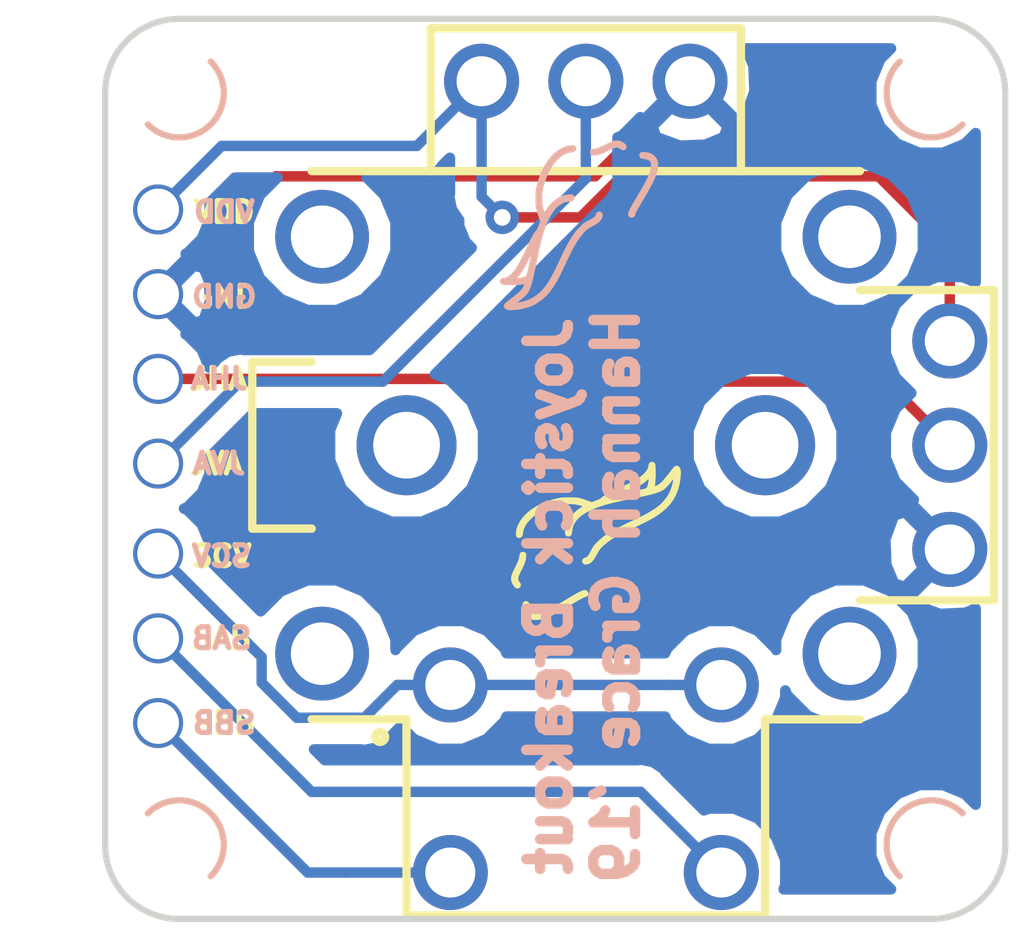
<source format=kicad_pcb>
(kicad_pcb (version 20171130) (host pcbnew "(5.0.1)-3")

  (general
    (thickness 1.6)
    (drawings 38)
    (tracks 44)
    (zones 0)
    (modules 14)
    (nets 8)
  )

  (page User 150.012 110.007)
  (layers
    (0 F.Cu signal)
    (31 B.Cu signal)
    (32 B.Adhes user)
    (33 F.Adhes user)
    (34 B.Paste user)
    (35 F.Paste user)
    (36 B.SilkS user)
    (37 F.SilkS user)
    (38 B.Mask user)
    (39 F.Mask user)
    (40 Dwgs.User user)
    (41 Cmts.User user)
    (42 Eco1.User user)
    (43 Eco2.User user)
    (44 Edge.Cuts user)
    (45 Margin user)
    (46 B.CrtYd user)
    (47 F.CrtYd user)
    (48 B.Fab user)
    (49 F.Fab user)
  )

  (setup
    (last_trace_width 0.25)
    (trace_clearance 0.2)
    (zone_clearance 0.508)
    (zone_45_only no)
    (trace_min 0.2)
    (segment_width 0.2)
    (edge_width 0.15)
    (via_size 0.8)
    (via_drill 0.4)
    (via_min_size 0.4)
    (via_min_drill 0.3)
    (uvia_size 0.3)
    (uvia_drill 0.1)
    (uvias_allowed no)
    (uvia_min_size 0.2)
    (uvia_min_drill 0.1)
    (pcb_text_width 0.3)
    (pcb_text_size 1.5 1.5)
    (mod_edge_width 0.15)
    (mod_text_size 1 1)
    (mod_text_width 0.15)
    (pad_size 1.524 1.524)
    (pad_drill 0.762)
    (pad_to_mask_clearance 0.051)
    (solder_mask_min_width 0.25)
    (aux_axis_origin 0 0)
    (visible_elements 7FFFFFFF)
    (pcbplotparams
      (layerselection 0x010fc_ffffffff)
      (usegerberextensions false)
      (usegerberattributes false)
      (usegerberadvancedattributes false)
      (creategerberjobfile false)
      (excludeedgelayer true)
      (linewidth 0.100000)
      (plotframeref false)
      (viasonmask false)
      (mode 1)
      (useauxorigin false)
      (hpglpennumber 1)
      (hpglpenspeed 20)
      (hpglpendiameter 15.000000)
      (psnegative false)
      (psa4output false)
      (plotreference true)
      (plotvalue true)
      (plotinvisibletext false)
      (padsonsilk false)
      (subtractmaskfromsilk false)
      (outputformat 1)
      (mirror false)
      (drillshape 1)
      (scaleselection 1)
      (outputdirectory "./"))
  )

  (net 0 "")
  (net 1 /A)
  (net 2 /B)
  (net 3 /D)
  (net 4 /1_1)
  (net 5 /2_1)
  (net 6 /3_1)
  (net 7 /2_2)

  (net_class Default "This is the default net class."
    (clearance 0.2)
    (trace_width 0.25)
    (via_dia 0.8)
    (via_drill 0.4)
    (uvia_dia 0.3)
    (uvia_drill 0.1)
    (add_net /1_1)
    (add_net /2_1)
    (add_net /2_2)
    (add_net /3_1)
    (add_net /A)
    (add_net /B)
    (add_net /D)
  )

  (module WoodElf_Lib:Tiefling_Logo (layer F.Cu) (tedit 5CCD0D4F) (tstamp 5CFFD1F8)
    (at 67.8815 42.4815)
    (fp_text reference G*** (at 1.7526 -0.0762) (layer F.Fab) hide
      (effects (font (size 0.5 0.5) (thickness 0.125)))
    )
    (fp_text value Tiefling_Logo (at 2.286 0.6604) (layer F.Fab) hide
      (effects (font (size 0.5 0.5) (thickness 0.125)))
    )
    (fp_poly (pts (xy -0.207082 0.947533) (xy -0.181692 0.967806) (xy -0.165074 0.996235) (xy -0.160866 1.020234)
      (xy -0.167152 1.04778) (xy -0.183216 1.073706) (xy -0.20487 1.093003) (xy -0.227924 1.100666)
      (xy -0.22816 1.100667) (xy -0.2434 1.103593) (xy -0.267058 1.112707) (xy -0.300082 1.128514)
      (xy -0.343416 1.151516) (xy -0.398007 1.182218) (xy -0.464801 1.221124) (xy -0.544744 1.268736)
      (xy -0.5526 1.273456) (xy -0.667117 1.34169) (xy -0.769066 1.401044) (xy -0.85985 1.452204)
      (xy -0.940872 1.495856) (xy -1.013536 1.532687) (xy -1.079246 1.563383) (xy -1.139404 1.588631)
      (xy -1.195414 1.609115) (xy -1.248681 1.625524) (xy -1.298042 1.637967) (xy -1.346666 1.645913)
      (xy -1.399895 1.649662) (xy -1.451966 1.649185) (xy -1.49712 1.644449) (xy -1.519766 1.639157)
      (xy -1.582184 1.611052) (xy -1.634383 1.569896) (xy -1.675827 1.51653) (xy -1.705981 1.451795)
      (xy -1.724309 1.376532) (xy -1.730101 1.309087) (xy -1.729922 1.277299) (xy -1.726544 1.256678)
      (xy -1.71858 1.241556) (xy -1.71158 1.233355) (xy -1.682561 1.211685) (xy -1.650721 1.206552)
      (xy -1.622119 1.214107) (xy -1.601994 1.224602) (xy -1.588526 1.238488) (xy -1.57984 1.259549)
      (xy -1.574058 1.291571) (xy -1.571305 1.316567) (xy -1.561411 1.37416) (xy -1.544495 1.421547)
      (xy -1.521564 1.456588) (xy -1.496366 1.475917) (xy -1.453615 1.487905) (xy -1.399252 1.489454)
      (xy -1.3348 1.480813) (xy -1.261779 1.462235) (xy -1.181711 1.43397) (xy -1.142333 1.417522)
      (xy -1.099743 1.397609) (xy -1.045817 1.370396) (xy -0.983592 1.337545) (xy -0.916101 1.300714)
      (xy -0.84638 1.261564) (xy -0.777462 1.221755) (xy -0.712383 1.182946) (xy -0.702733 1.177065)
      (xy -0.606994 1.119087) (xy -0.524212 1.070215) (xy -0.453403 1.029948) (xy -0.393582 0.997785)
      (xy -0.343763 0.973223) (xy -0.302962 0.95576) (xy -0.270192 0.944894) (xy -0.24447 0.940123)
      (xy -0.237088 0.9398) (xy -0.207082 0.947533)) (layer F.SilkS) (width 0.01))
    (fp_poly (pts (xy -1.69721 0.02951) (xy -1.674046 0.044047) (xy -1.670636 0.047328) (xy -1.659846 0.059192)
      (xy -1.653681 0.071046) (xy -1.65127 0.087468) (xy -1.651739 0.113036) (xy -1.653282 0.138345)
      (xy -1.659131 0.186639) (xy -1.670932 0.23787) (xy -1.689519 0.294388) (xy -1.715731 0.358544)
      (xy -1.750403 0.432688) (xy -1.776553 0.484779) (xy -1.800834 0.532658) (xy -1.818228 0.568659)
      (xy -1.829862 0.59582) (xy -1.836862 0.617181) (xy -1.840353 0.635782) (xy -1.841463 0.654661)
      (xy -1.8415 0.660095) (xy -1.840224 0.689783) (xy -1.834546 0.71166) (xy -1.821692 0.733532)
      (xy -1.80975 0.749427) (xy -1.787836 0.782404) (xy -1.779158 0.810296) (xy -1.782893 0.837459)
      (xy -1.790065 0.853906) (xy -1.812387 0.880719) (xy -1.842488 0.894147) (xy -1.876464 0.893065)
      (xy -1.897328 0.88485) (xy -1.918181 0.86766) (xy -1.941672 0.83934) (xy -1.964591 0.804652)
      (xy -1.98373 0.768358) (xy -1.994279 0.74098) (xy -2.003689 0.700914) (xy -2.006653 0.661612)
      (xy -2.002578 0.62045) (xy -1.990875 0.574804) (xy -1.970952 0.52205) (xy -1.942218 0.459564)
      (xy -1.92166 0.418567) (xy -1.884735 0.344552) (xy -1.856073 0.282319) (xy -1.834742 0.229428)
      (xy -1.819812 0.183441) (xy -1.810352 0.141917) (xy -1.80688 0.117829) (xy -1.798303 0.074786)
      (xy -1.783092 0.046168) (xy -1.759782 0.030273) (xy -1.7272 0.0254) (xy -1.69721 0.02951)) (layer F.SilkS) (width 0.01))
    (fp_poly (pts (xy 1.394213 -2.128927) (xy 1.421936 -2.109967) (xy 1.43145 -2.099721) (xy 1.438201 -2.089091)
      (xy 1.442878 -2.074866) (xy 1.446168 -2.053829) (xy 1.448761 -2.02277) (xy 1.451344 -1.978473)
      (xy 1.451758 -1.97078) (xy 1.453865 -1.907644) (xy 1.454037 -1.838182) (xy 1.452433 -1.767134)
      (xy 1.449212 -1.69924) (xy 1.444532 -1.639241) (xy 1.439213 -1.595966) (xy 1.435869 -1.571346)
      (xy 1.434598 -1.554818) (xy 1.435036 -1.551023) (xy 1.443447 -1.552713) (xy 1.463206 -1.55963)
      (xy 1.490115 -1.570299) (xy 1.491333 -1.570805) (xy 1.537553 -1.595265) (xy 1.579914 -1.626848)
      (xy 1.586222 -1.632682) (xy 1.61509 -1.662542) (xy 1.65174 -1.703751) (xy 1.694137 -1.75386)
      (xy 1.740245 -1.81042) (xy 1.788029 -1.870982) (xy 1.831415 -1.927722) (xy 1.864275 -1.970479)
      (xy 1.88986 -2.001099) (xy 1.910352 -2.021493) (xy 1.92793 -2.033573) (xy 1.944775 -2.039249)
      (xy 1.960033 -2.040466) (xy 1.995414 -2.032902) (xy 2.023256 -2.010695) (xy 2.043124 -1.974574)
      (xy 2.054582 -1.92527) (xy 2.0574 -1.877598) (xy 2.049645 -1.741425) (xy 2.026993 -1.604448)
      (xy 1.990366 -1.470848) (xy 1.940685 -1.344803) (xy 1.939368 -1.341967) (xy 1.878507 -1.230723)
      (xy 1.802318 -1.125488) (xy 1.710627 -1.026083) (xy 1.603263 -0.932332) (xy 1.48005 -0.844058)
      (xy 1.408007 -0.79928) (xy 1.356229 -0.770003) (xy 1.289855 -0.734816) (xy 1.209947 -0.694252)
      (xy 1.117571 -0.648841) (xy 1.01379 -0.599114) (xy 0.901414 -0.546414) (xy 0.79381 -0.495829)
      (xy 0.699923 -0.450273) (xy 0.617704 -0.408605) (xy 0.545101 -0.369683) (xy 0.480063 -0.332363)
      (xy 0.420541 -0.295505) (xy 0.364482 -0.257965) (xy 0.309837 -0.218602) (xy 0.300951 -0.211955)
      (xy 0.239004 -0.163711) (xy 0.188941 -0.120282) (xy 0.147804 -0.078328) (xy 0.112639 -0.034508)
      (xy 0.080489 0.014519) (xy 0.048398 0.072096) (xy 0.046567 0.075595) (xy 0.005608 0.149145)
      (xy -0.033069 0.20756) (xy -0.070909 0.252221) (xy -0.109354 0.284511) (xy -0.149849 0.305812)
      (xy -0.193837 0.317506) (xy -0.20803 0.319358) (xy -0.235368 0.321247) (xy -0.252969 0.318389)
      (xy -0.267819 0.308692) (xy -0.278916 0.298119) (xy -0.298761 0.268653) (xy -0.303288 0.237852)
      (xy -0.293606 0.20849) (xy -0.270823 0.183345) (xy -0.23605 0.16519) (xy -0.224442 0.161769)
      (xy -0.204619 0.154978) (xy -0.186685 0.143996) (xy -0.169091 0.126828) (xy -0.150293 0.101483)
      (xy -0.128744 0.065967) (xy -0.102898 0.018287) (xy -0.082626 -0.021026) (xy -0.06092 -0.062706)
      (xy -0.042331 -0.095076) (xy -0.023683 -0.122416) (xy -0.001795 -0.149002) (xy 0.026509 -0.179114)
      (xy 0.05909 -0.211767) (xy 0.111729 -0.26185) (xy 0.165852 -0.308947) (xy 0.223037 -0.354025)
      (xy 0.28486 -0.398052) (xy 0.352896 -0.441993) (xy 0.428724 -0.486815) (xy 0.513918 -0.533485)
      (xy 0.610056 -0.582969) (xy 0.718713 -0.636235) (xy 0.841465 -0.694249) (xy 0.85972 -0.702737)
      (xy 0.987303 -0.762781) (xy 1.100305 -0.817851) (xy 1.200047 -0.868788) (xy 1.28785 -0.916433)
      (xy 1.365038 -0.961627) (xy 1.432931 -1.00521) (xy 1.492852 -1.048024) (xy 1.546122 -1.090908)
      (xy 1.594063 -1.134704) (xy 1.637998 -1.180252) (xy 1.671714 -1.2192) (xy 1.724793 -1.288199)
      (xy 1.767251 -1.355252) (xy 1.803084 -1.426964) (xy 1.816423 -1.458349) (xy 1.828369 -1.490885)
      (xy 1.841535 -1.531947) (xy 1.854843 -1.577507) (xy 1.867216 -1.623538) (xy 1.877577 -1.666015)
      (xy 1.884847 -1.700909) (xy 1.88795 -1.724194) (xy 1.88799 -1.725815) (xy 1.882995 -1.723621)
      (xy 1.869157 -1.710189) (xy 1.848277 -1.687452) (xy 1.822158 -1.657339) (xy 1.805036 -1.636915)
      (xy 1.772288 -1.598289) (xy 1.739397 -1.56106) (xy 1.709583 -1.52877) (xy 1.686064 -1.504962)
      (xy 1.680152 -1.4995) (xy 1.655289 -1.479306) (xy 1.626983 -1.460329) (xy 1.594055 -1.442209)
      (xy 1.555322 -1.424591) (xy 1.509605 -1.407116) (xy 1.455722 -1.389427) (xy 1.392491 -1.371166)
      (xy 1.318733 -1.351977) (xy 1.233265 -1.331503) (xy 1.134908 -1.309384) (xy 1.02248 -1.285266)
      (xy 0.894799 -1.258789) (xy 0.8636 -1.252419) (xy 0.717526 -1.222098) (xy 0.586646 -1.193641)
      (xy 0.469379 -1.166599) (xy 0.364144 -1.140527) (xy 0.269361 -1.114976) (xy 0.18345 -1.089499)
      (xy 0.104828 -1.06365) (xy 0.031915 -1.03698) (xy -0.036869 -1.009043) (xy -0.103105 -0.979391)
      (xy -0.105833 -0.978111) (xy -0.213484 -0.922544) (xy -0.305112 -0.864274) (xy -0.381517 -0.802558)
      (xy -0.443497 -0.73665) (xy -0.491848 -0.665807) (xy -0.527369 -0.589284) (xy -0.52973 -0.582754)
      (xy -0.536571 -0.557011) (xy -0.543265 -0.521016) (xy -0.548629 -0.481416) (xy -0.549756 -0.470326)
      (xy -0.553603 -0.433464) (xy -0.557852 -0.409091) (xy -0.563993 -0.392796) (xy -0.573514 -0.380169)
      (xy -0.583331 -0.370843) (xy -0.614875 -0.351443) (xy -0.646779 -0.348812) (xy -0.678187 -0.362999)
      (xy -0.681057 -0.365178) (xy -0.699482 -0.382845) (xy -0.710431 -0.403095) (xy -0.714804 -0.429817)
      (xy -0.713501 -0.466897) (xy -0.710689 -0.493128) (xy -0.694559 -0.58576) (xy -0.670021 -0.665914)
      (xy -0.658319 -0.69371) (xy -0.616096 -0.76952) (xy -0.559777 -0.844692) (xy -0.492043 -0.916291)
      (xy -0.415575 -0.981378) (xy -0.360239 -1.020238) (xy -0.284444 -1.069108) (xy -0.325669 -1.085301)
      (xy -0.389822 -1.104826) (xy -0.466242 -1.118628) (xy -0.551163 -1.126439) (xy -0.640823 -1.127992)
      (xy -0.731456 -1.123019) (xy -0.779362 -1.117541) (xy -0.907666 -1.093702) (xy -1.035021 -1.058024)
      (xy -1.158824 -1.011723) (xy -1.276471 -0.956018) (xy -1.38536 -0.892124) (xy -1.482888 -0.821261)
      (xy -1.557866 -0.753475) (xy -1.622397 -0.680663) (xy -1.671233 -0.608241) (xy -1.705435 -0.534162)
      (xy -1.726068 -0.456382) (xy -1.731197 -0.419732) (xy -1.735941 -0.38548) (xy -1.742799 -0.362515)
      (xy -1.753827 -0.345193) (xy -1.761248 -0.337182) (xy -1.791495 -0.317383) (xy -1.824655 -0.313447)
      (xy -1.857442 -0.325479) (xy -1.868544 -0.333759) (xy -1.881008 -0.345805) (xy -1.88796 -0.358262)
      (xy -1.890796 -0.376201) (xy -1.890909 -0.40469) (xy -1.890671 -0.4142) (xy -1.884136 -0.484557)
      (xy -1.867574 -0.55313) (xy -1.839604 -0.62498) (xy -1.824543 -0.656512) (xy -1.769203 -0.749113)
      (xy -1.69853 -0.837192) (xy -1.613697 -0.920006) (xy -1.515877 -0.996812) (xy -1.406243 -1.066869)
      (xy -1.285968 -1.129434) (xy -1.156226 -1.183763) (xy -1.018188 -1.229114) (xy -0.87303 -1.264745)
      (xy -0.859366 -1.267507) (xy -0.826111 -1.273211) (xy -0.790187 -1.27734) (xy -0.748347 -1.280083)
      (xy -0.697341 -1.281625) (xy -0.633924 -1.282154) (xy -0.605366 -1.282127) (xy -0.543075 -1.281713)
      (xy -0.491838 -1.280429) (xy -0.448113 -1.277627) (xy -0.408359 -1.272654) (xy -0.369033 -1.26486)
      (xy -0.326594 -1.253593) (xy -0.2775 -1.238202) (xy -0.218209 -1.218036) (xy -0.175501 -1.203105)
      (xy -0.075835 -1.168104) (xy 0.031631 -1.207059) (xy 0.074519 -1.223485) (xy 0.110553 -1.238983)
      (xy 0.136714 -1.252155) (xy 0.149986 -1.261601) (xy 0.150342 -1.26207) (xy 0.168062 -1.281926)
      (xy 0.195458 -1.304147) (xy 0.233507 -1.329285) (xy 0.28319 -1.357895) (xy 0.342006 -1.388708)
      (xy 0.729795 -1.388708) (xy 0.729884 -1.388567) (xy 0.739584 -1.390214) (xy 0.763372 -1.39484)
      (xy 0.798762 -1.401945) (xy 0.84327 -1.411028) (xy 0.894412 -1.421589) (xy 0.916151 -1.426111)
      (xy 0.995225 -1.442612) (xy 1.059414 -1.45613) (xy 1.110413 -1.467134) (xy 1.149915 -1.476094)
      (xy 1.179612 -1.483482) (xy 1.201198 -1.489767) (xy 1.216367 -1.49542) (xy 1.22681 -1.500912)
      (xy 1.234223 -1.506713) (xy 1.240297 -1.513292) (xy 1.243361 -1.517021) (xy 1.261758 -1.549612)
      (xy 1.276587 -1.596999) (xy 1.287326 -1.657318) (xy 1.290342 -1.684458) (xy 1.295498 -1.739083)
      (xy 1.267932 -1.713317) (xy 1.225142 -1.675938) (xy 1.176987 -1.639191) (xy 1.121439 -1.601796)
      (xy 1.056472 -1.562474) (xy 0.980057 -1.519946) (xy 0.890167 -1.472932) (xy 0.873615 -1.464511)
      (xy 0.828359 -1.441419) (xy 0.789192 -1.421153) (xy 0.758271 -1.404852) (xy 0.737753 -1.393658)
      (xy 0.729795 -1.388708) (xy 0.342006 -1.388708) (xy 0.345484 -1.39053) (xy 0.42137 -1.427743)
      (xy 0.511826 -1.470086) (xy 0.5461 -1.485763) (xy 0.628726 -1.523999) (xy 0.710299 -1.562944)
      (xy 0.788513 -1.601421) (xy 0.861068 -1.638257) (xy 0.925659 -1.672275) (xy 0.979983 -1.7023)
      (xy 1.021738 -1.727158) (xy 1.03136 -1.73336) (xy 1.102996 -1.784885) (xy 1.164521 -1.837698)
      (xy 1.214791 -1.890432) (xy 1.252662 -1.941718) (xy 1.276991 -1.99019) (xy 1.286634 -2.034479)
      (xy 1.286748 -2.03877) (xy 1.293266 -2.077063) (xy 1.310266 -2.106801) (xy 1.334753 -2.126409)
      (xy 1.363733 -2.13431) (xy 1.394213 -2.128927)) (layer F.SilkS) (width 0.01))
  )

  (module WoodElf_Lib:Mount (layer F.Cu) (tedit 5CD595C9) (tstamp 5CFAF9B3)
    (at 75.946 31.496 315)
    (fp_text reference Mount (at 0 -1.397 315) (layer F.Fab)
      (effects (font (size 0.5 0.5) (thickness 0.125)))
    )
    (fp_text value Mount (at 0 -1.397 315) (layer F.Fab)
      (effects (font (size 0.5 0.5) (thickness 0.125)))
    )
    (fp_circle (center 0 0) (end 0.799999 0) (layer Dwgs.User) (width 0.05))
    (fp_circle (center 0 0) (end 1.57 0) (layer Dwgs.User) (width 0.055))
    (fp_arc (start 0 0) (end -1.066801 0) (angle -180) (layer F.SilkS) (width 0.15))
    (fp_arc (start 0 0) (end -1.066801 0) (angle -180) (layer B.SilkS) (width 0.15))
    (pad "" np_thru_hole circle (at 0 0 315) (size 1.6 1.6) (drill 1.6) (layers *.Cu *.Mask))
  )

  (module WoodElf_Lib:Mount (layer F.Cu) (tedit 5CD595C9) (tstamp 5CFAC361)
    (at 57.912 31.496 45)
    (fp_text reference Mount (at 0 -1.397 45) (layer F.Fab)
      (effects (font (size 0.5 0.5) (thickness 0.125)))
    )
    (fp_text value Mount (at 0 -1.397 45) (layer F.Fab)
      (effects (font (size 0.5 0.5) (thickness 0.125)))
    )
    (fp_circle (center 0 0) (end 0.799999 0) (layer Dwgs.User) (width 0.05))
    (fp_circle (center 0 0) (end 1.57 0) (layer Dwgs.User) (width 0.055))
    (fp_arc (start 0 0) (end -1.066801 0) (angle -180) (layer F.SilkS) (width 0.15))
    (fp_arc (start 0 0) (end -1.066801 0) (angle -180) (layer B.SilkS) (width 0.15))
    (pad "" np_thru_hole circle (at 0 0 45) (size 1.6 1.6) (drill 1.6) (layers *.Cu *.Mask))
  )

  (module WoodElf_Lib:Mount (layer F.Cu) (tedit 5CD595C9) (tstamp 5CFAC385)
    (at 57.912 49.53 135)
    (fp_text reference Mount (at 0 -1.397 135) (layer F.Fab)
      (effects (font (size 0.5 0.5) (thickness 0.125)))
    )
    (fp_text value Mount (at 0 -1.397 135) (layer F.Fab)
      (effects (font (size 0.5 0.5) (thickness 0.125)))
    )
    (fp_circle (center 0 0) (end 0.799999 0) (layer Dwgs.User) (width 0.05))
    (fp_circle (center 0 0) (end 1.57 0) (layer Dwgs.User) (width 0.055))
    (fp_arc (start 0 0) (end -1.066801 0) (angle -180) (layer F.SilkS) (width 0.15))
    (fp_arc (start 0 0) (end -1.066801 0) (angle -180) (layer B.SilkS) (width 0.15))
    (pad "" np_thru_hole circle (at 0 0 135) (size 1.6 1.6) (drill 1.6) (layers *.Cu *.Mask))
  )

  (module WoodElf_Lib:Mount (layer F.Cu) (tedit 5CD595C9) (tstamp 5CFAC3A1)
    (at 75.946 49.53 225)
    (fp_text reference Mount (at 0 -1.397 225) (layer F.Fab)
      (effects (font (size 0.5 0.5) (thickness 0.125)))
    )
    (fp_text value Mount (at 0 -1.397 225) (layer F.Fab)
      (effects (font (size 0.5 0.5) (thickness 0.125)))
    )
    (fp_circle (center 0 0) (end 0.799999 0) (layer Dwgs.User) (width 0.05))
    (fp_circle (center 0 0) (end 1.57 0) (layer Dwgs.User) (width 0.055))
    (fp_arc (start 0 0) (end -1.066801 0) (angle -180) (layer F.SilkS) (width 0.15))
    (fp_arc (start 0 0) (end -1.066801 0) (angle -180) (layer B.SilkS) (width 0.15))
    (pad "" np_thru_hole circle (at 0 0 225) (size 1.6 1.6) (drill 1.6) (layers *.Cu *.Mask))
  )

  (module SamacSys_Parts:RKJXV1224005 (layer F.Cu) (tedit 5CD66E82) (tstamp 5CFAC4FF)
    (at 67.663001 39.945001)
    (descr RKJXV1224005)
    (tags Switch)
    (path /5CD583E6)
    (fp_text reference S1 (at -0.406 -0.119) (layer F.Fab)
      (effects (font (size 1.27 1.27) (thickness 0.254)))
    )
    (fp_text value RKJXV1224005 (at -0.035501 2.345999) (layer F.SilkS) hide
      (effects (font (size 1.27 1.27) (thickness 0.254)))
    )
    (fp_text user %R (at -0.406 -0.119) (layer F.Fab)
      (effects (font (size 1.27 1.27) (thickness 0.254)))
    )
    (fp_line (start -6.575 -6.575) (end 6.575 -6.575) (layer F.Fab) (width 0.2))
    (fp_line (start 6.575 -6.575) (end 6.575 6.575) (layer F.Fab) (width 0.2))
    (fp_line (start 6.575 6.575) (end -6.575 6.575) (layer F.Fab) (width 0.2))
    (fp_line (start -6.575 6.575) (end -6.575 -6.575) (layer F.Fab) (width 0.2))
    (fp_line (start 6.575 -3.721) (end 9.79 -3.721) (layer F.Fab) (width 0.2))
    (fp_line (start 9.79 -3.721) (end 9.79 3.721) (layer F.Fab) (width 0.2))
    (fp_line (start 9.79 3.721) (end 6.575 3.721) (layer F.Fab) (width 0.2))
    (fp_line (start 3.721 -6.575) (end 3.721 -10) (layer F.Fab) (width 0.2))
    (fp_line (start 3.721 -10) (end -3.721 -10) (layer F.Fab) (width 0.2))
    (fp_line (start -3.721 -10) (end -3.721 -6.575) (layer F.Fab) (width 0.2))
    (fp_line (start -6.575 -2) (end -8 -2) (layer F.Fab) (width 0.2))
    (fp_line (start -8 -2) (end -8 2) (layer F.Fab) (width 0.2))
    (fp_line (start -8 2) (end -6.575 2) (layer F.Fab) (width 0.2))
    (fp_line (start -4.3 6.575) (end -4.3 11.28) (layer F.Fab) (width 0.2))
    (fp_line (start -4.3 11.28) (end 4.3 11.28) (layer F.Fab) (width 0.2))
    (fp_line (start 4.3 11.28) (end 4.3 6.575) (layer F.Fab) (width 0.2))
    (fp_line (start -4.3 6.575) (end -4.3 11.28) (layer F.SilkS) (width 0.2))
    (fp_line (start -4.3 11.28) (end 4.3 11.28) (layer F.SilkS) (width 0.2))
    (fp_line (start 4.3 11.28) (end 4.3 6.575) (layer F.SilkS) (width 0.2))
    (fp_line (start 4.3 6.575) (end 6.575 6.575) (layer F.SilkS) (width 0.2))
    (fp_line (start -6.575 -6.575) (end 6.575 -6.575) (layer F.SilkS) (width 0.2))
    (fp_line (start 3.721 -6.575) (end 3.721 -10) (layer F.SilkS) (width 0.2))
    (fp_line (start 3.721 -10) (end -3.721 -10) (layer F.SilkS) (width 0.2))
    (fp_line (start -3.721 -10) (end -3.721 -6.575) (layer F.SilkS) (width 0.2))
    (fp_line (start -6.575 -2) (end -8 -2) (layer F.SilkS) (width 0.2))
    (fp_line (start -8 -2) (end -8 2) (layer F.SilkS) (width 0.2))
    (fp_line (start -8 2) (end -6.575 2) (layer F.SilkS) (width 0.2))
    (fp_line (start 6.575 -3.721) (end 9.79 -3.721) (layer F.SilkS) (width 0.2))
    (fp_line (start 9.79 -3.721) (end 9.79 3.721) (layer F.SilkS) (width 0.2))
    (fp_line (start 9.79 3.721) (end 6.575 3.721) (layer F.SilkS) (width 0.2))
    (fp_line (start -4.3 6.575) (end -6.575 6.575) (layer F.SilkS) (width 0.2))
    (fp_circle (center -4.934 6.998) (end -4.934 7.1174) (layer F.SilkS) (width 0.2))
    (pad 1 thru_hole circle (at -3.25 5.75) (size 1.8 1.8) (drill 1.2) (layers *.Cu *.Mask)
      (net 1 /A))
    (pad 2 thru_hole circle (at -3.25 10.25) (size 1.8 1.8) (drill 1.2) (layers *.Cu *.Mask)
      (net 2 /B))
    (pad 3 thru_hole circle (at 3.25 5.75) (size 1.8 1.8) (drill 1.2) (layers *.Cu *.Mask)
      (net 1 /A))
    (pad 4 thru_hole circle (at 3.25 10.25) (size 1.8 1.8) (drill 1.2) (layers *.Cu *.Mask)
      (net 3 /D))
    (pad 5 thru_hole circle (at 8.73 2.5) (size 1.8 1.8) (drill 1.2) (layers *.Cu *.Mask)
      (net 4 /1_1))
    (pad 6 thru_hole circle (at 8.73 0) (size 1.8 1.8) (drill 1.2) (layers *.Cu *.Mask)
      (net 5 /2_1))
    (pad 7 thru_hole circle (at 8.73 -2.5) (size 1.8 1.8) (drill 1.2) (layers *.Cu *.Mask)
      (net 6 /3_1))
    (pad 8 thru_hole circle (at 2.5 -8.73) (size 1.8 1.8) (drill 1.2) (layers *.Cu *.Mask)
      (net 4 /1_1))
    (pad 9 thru_hole circle (at 0 -8.73) (size 1.8 1.8) (drill 1.2) (layers *.Cu *.Mask)
      (net 7 /2_2))
    (pad 10 thru_hole circle (at -2.5 -8.73) (size 1.8 1.8) (drill 1.2) (layers *.Cu *.Mask)
      (net 6 /3_1))
    (pad 11 thru_hole circle (at -6.325 -5) (size 2.25 2.25) (drill 1.5) (layers *.Cu *.Mask))
    (pad 12 thru_hole circle (at 6.325 -5) (size 2.25 2.25) (drill 1.5) (layers *.Cu *.Mask))
    (pad 13 thru_hole circle (at -4.3 0) (size 2.4 2.4) (drill 1.6) (layers *.Cu *.Mask))
    (pad 14 thru_hole circle (at 4.3 0) (size 2.4 2.4) (drill 1.6) (layers *.Cu *.Mask))
    (pad 15 thru_hole circle (at -6.325 5) (size 2.25 2.25) (drill 1.5) (layers *.Cu *.Mask))
    (pad 16 thru_hole circle (at 6.325 5) (size 2.25 2.25) (drill 1.5) (layers *.Cu *.Mask))
  )

  (module WoodElf_Lib:BlankThrough-Hole (layer F.Cu) (tedit 5CD64C26) (tstamp 5CEE8A45)
    (at 57.404 46.609)
    (path /5CD58818)
    (fp_text reference T1 (at 1.905 0) (layer F.Fab)
      (effects (font (size 0.5 0.5) (thickness 0.125)))
    )
    (fp_text value BlankThrough-Hole (at 0 -1.016) (layer F.Fab)
      (effects (font (size 0.5 0.5) (thickness 0.125)))
    )
    (pad 1 thru_hole circle (at 0 0) (size 1.2 1.2) (drill 1) (layers *.Cu *.Mask)
      (net 2 /B) (solder_mask_margin 0.1) (clearance 0.1))
  )

  (module WoodElf_Lib:BlankThrough-Hole (layer F.Cu) (tedit 5CD64C92) (tstamp 5CFACCCD)
    (at 57.404 36.322)
    (path /5CD58A4A)
    (fp_text reference T5 (at 1.905 0) (layer F.Fab)
      (effects (font (size 0.5 0.5) (thickness 0.125)))
    )
    (fp_text value BlankThrough-Hole (at 0 -1.016) (layer F.Fab)
      (effects (font (size 0.5 0.5) (thickness 0.125)))
    )
    (pad 1 thru_hole circle (at 0 0) (size 1.2 1.2) (drill 1) (layers *.Cu *.Mask)
      (net 4 /1_1) (solder_mask_margin 0.1) (clearance 0.1))
  )

  (module WoodElf_Lib:BlankThrough-Hole (layer F.Cu) (tedit 5CD64C65) (tstamp 5CFAC3E1)
    (at 57.404 38.354)
    (path /5CD584A1)
    (fp_text reference T6 (at 1.905 0) (layer F.Fab)
      (effects (font (size 0.5 0.5) (thickness 0.125)))
    )
    (fp_text value BlankThrough-Hole (at 0 -1.016) (layer F.Fab)
      (effects (font (size 0.5 0.5) (thickness 0.125)))
    )
    (pad 1 thru_hole circle (at 0 0) (size 1.2 1.2) (drill 1) (layers *.Cu *.Mask)
      (net 5 /2_1) (solder_mask_margin 0.1) (clearance 0.1))
  )

  (module WoodElf_Lib:BlankThrough-Hole (layer F.Cu) (tedit 5CD64CB3) (tstamp 5CEE8A6D)
    (at 57.404 34.29)
    (path /5CD58543)
    (fp_text reference T9 (at 1.905 0) (layer F.Fab)
      (effects (font (size 0.5 0.5) (thickness 0.125)))
    )
    (fp_text value BlankThrough-Hole (at 0 -1.016) (layer F.Fab)
      (effects (font (size 0.5 0.5) (thickness 0.125)))
    )
    (pad 1 thru_hole circle (at 0 0) (size 1.2 1.2) (drill 1) (layers *.Cu *.Mask)
      (net 6 /3_1) (solder_mask_margin 0.1) (clearance 0.1))
  )

  (module WoodElf_Lib:BlankThrough-Hole (layer F.Cu) (tedit 5CD64C61) (tstamp 5CEE8A72)
    (at 57.404 40.386)
    (path /5CD585A6)
    (fp_text reference T10 (at 1.905 0) (layer F.Fab)
      (effects (font (size 0.5 0.5) (thickness 0.125)))
    )
    (fp_text value BlankThrough-Hole (at 0 -1.016) (layer F.Fab)
      (effects (font (size 0.5 0.5) (thickness 0.125)))
    )
    (pad 1 thru_hole circle (at 0 0) (size 1.2 1.2) (drill 1) (layers *.Cu *.Mask)
      (net 7 /2_2) (solder_mask_margin 0.1) (clearance 0.1))
  )

  (module WoodElf_Lib:BlankThrough-Hole (layer F.Cu) (tedit 5CD64EA2) (tstamp 5CFADF39)
    (at 57.404 42.545)
    (path /5CD585D1)
    (fp_text reference T3 (at 1.905 0) (layer F.Fab)
      (effects (font (size 0.5 0.5) (thickness 0.125)))
    )
    (fp_text value BlankThrough-Hole (at 0 -1.016) (layer F.Fab)
      (effects (font (size 0.5 0.5) (thickness 0.125)))
    )
    (pad 1 thru_hole circle (at 0 0) (size 1.2 1.2) (drill 1) (layers *.Cu *.Mask)
      (net 1 /A) (solder_mask_margin 0.1) (clearance 0.1))
  )

  (module WoodElf_Lib:BlankThrough-Hole (layer F.Cu) (tedit 5CD64E9D) (tstamp 5CFAE7F9)
    (at 57.404 44.577)
    (path /5CD58A3A)
    (fp_text reference T2 (at 1.905 0) (layer F.Fab)
      (effects (font (size 0.5 0.5) (thickness 0.125)))
    )
    (fp_text value BlankThrough-Hole (at 0 -1.016) (layer F.Fab)
      (effects (font (size 0.5 0.5) (thickness 0.125)))
    )
    (pad 1 thru_hole circle (at 0 0) (size 1.2 1.2) (drill 1) (layers *.Cu *.Mask)
      (net 3 /D) (solder_mask_margin 0.1) (clearance 0.1))
  )

  (module WoodElf_Lib:Tiefling_Logo (layer B.Cu) (tedit 5CCD0D4F) (tstamp 5CFFCC68)
    (at 67.7418 34.6456 270)
    (fp_text reference G*** (at 1.7526 0.0762 270) (layer B.Fab) hide
      (effects (font (size 0.5 0.5) (thickness 0.125)) (justify mirror))
    )
    (fp_text value Tiefling_Logo (at 2.286 -0.6604 270) (layer B.Fab) hide
      (effects (font (size 0.5 0.5) (thickness 0.125)) (justify mirror))
    )
    (fp_poly (pts (xy 1.394213 2.128927) (xy 1.421936 2.109967) (xy 1.43145 2.099721) (xy 1.438201 2.089091)
      (xy 1.442878 2.074866) (xy 1.446168 2.053829) (xy 1.448761 2.02277) (xy 1.451344 1.978473)
      (xy 1.451758 1.97078) (xy 1.453865 1.907644) (xy 1.454037 1.838182) (xy 1.452433 1.767134)
      (xy 1.449212 1.69924) (xy 1.444532 1.639241) (xy 1.439213 1.595966) (xy 1.435869 1.571346)
      (xy 1.434598 1.554818) (xy 1.435036 1.551023) (xy 1.443447 1.552713) (xy 1.463206 1.55963)
      (xy 1.490115 1.570299) (xy 1.491333 1.570805) (xy 1.537553 1.595265) (xy 1.579914 1.626848)
      (xy 1.586222 1.632682) (xy 1.61509 1.662542) (xy 1.65174 1.703751) (xy 1.694137 1.75386)
      (xy 1.740245 1.81042) (xy 1.788029 1.870982) (xy 1.831415 1.927722) (xy 1.864275 1.970479)
      (xy 1.88986 2.001099) (xy 1.910352 2.021493) (xy 1.92793 2.033573) (xy 1.944775 2.039249)
      (xy 1.960033 2.040466) (xy 1.995414 2.032902) (xy 2.023256 2.010695) (xy 2.043124 1.974574)
      (xy 2.054582 1.92527) (xy 2.0574 1.877598) (xy 2.049645 1.741425) (xy 2.026993 1.604448)
      (xy 1.990366 1.470848) (xy 1.940685 1.344803) (xy 1.939368 1.341967) (xy 1.878507 1.230723)
      (xy 1.802318 1.125488) (xy 1.710627 1.026083) (xy 1.603263 0.932332) (xy 1.48005 0.844058)
      (xy 1.408007 0.79928) (xy 1.356229 0.770003) (xy 1.289855 0.734816) (xy 1.209947 0.694252)
      (xy 1.117571 0.648841) (xy 1.01379 0.599114) (xy 0.901414 0.546414) (xy 0.79381 0.495829)
      (xy 0.699923 0.450273) (xy 0.617704 0.408605) (xy 0.545101 0.369683) (xy 0.480063 0.332363)
      (xy 0.420541 0.295505) (xy 0.364482 0.257965) (xy 0.309837 0.218602) (xy 0.300951 0.211955)
      (xy 0.239004 0.163711) (xy 0.188941 0.120282) (xy 0.147804 0.078328) (xy 0.112639 0.034508)
      (xy 0.080489 -0.014519) (xy 0.048398 -0.072096) (xy 0.046567 -0.075595) (xy 0.005608 -0.149145)
      (xy -0.033069 -0.20756) (xy -0.070909 -0.252221) (xy -0.109354 -0.284511) (xy -0.149849 -0.305812)
      (xy -0.193837 -0.317506) (xy -0.20803 -0.319358) (xy -0.235368 -0.321247) (xy -0.252969 -0.318389)
      (xy -0.267819 -0.308692) (xy -0.278916 -0.298119) (xy -0.298761 -0.268653) (xy -0.303288 -0.237852)
      (xy -0.293606 -0.20849) (xy -0.270823 -0.183345) (xy -0.23605 -0.16519) (xy -0.224442 -0.161769)
      (xy -0.204619 -0.154978) (xy -0.186685 -0.143996) (xy -0.169091 -0.126828) (xy -0.150293 -0.101483)
      (xy -0.128744 -0.065967) (xy -0.102898 -0.018287) (xy -0.082626 0.021026) (xy -0.06092 0.062706)
      (xy -0.042331 0.095076) (xy -0.023683 0.122416) (xy -0.001795 0.149002) (xy 0.026509 0.179114)
      (xy 0.05909 0.211767) (xy 0.111729 0.26185) (xy 0.165852 0.308947) (xy 0.223037 0.354025)
      (xy 0.28486 0.398052) (xy 0.352896 0.441993) (xy 0.428724 0.486815) (xy 0.513918 0.533485)
      (xy 0.610056 0.582969) (xy 0.718713 0.636235) (xy 0.841465 0.694249) (xy 0.85972 0.702737)
      (xy 0.987303 0.762781) (xy 1.100305 0.817851) (xy 1.200047 0.868788) (xy 1.28785 0.916433)
      (xy 1.365038 0.961627) (xy 1.432931 1.00521) (xy 1.492852 1.048024) (xy 1.546122 1.090908)
      (xy 1.594063 1.134704) (xy 1.637998 1.180252) (xy 1.671714 1.2192) (xy 1.724793 1.288199)
      (xy 1.767251 1.355252) (xy 1.803084 1.426964) (xy 1.816423 1.458349) (xy 1.828369 1.490885)
      (xy 1.841535 1.531947) (xy 1.854843 1.577507) (xy 1.867216 1.623538) (xy 1.877577 1.666015)
      (xy 1.884847 1.700909) (xy 1.88795 1.724194) (xy 1.88799 1.725815) (xy 1.882995 1.723621)
      (xy 1.869157 1.710189) (xy 1.848277 1.687452) (xy 1.822158 1.657339) (xy 1.805036 1.636915)
      (xy 1.772288 1.598289) (xy 1.739397 1.56106) (xy 1.709583 1.52877) (xy 1.686064 1.504962)
      (xy 1.680152 1.4995) (xy 1.655289 1.479306) (xy 1.626983 1.460329) (xy 1.594055 1.442209)
      (xy 1.555322 1.424591) (xy 1.509605 1.407116) (xy 1.455722 1.389427) (xy 1.392491 1.371166)
      (xy 1.318733 1.351977) (xy 1.233265 1.331503) (xy 1.134908 1.309384) (xy 1.02248 1.285266)
      (xy 0.894799 1.258789) (xy 0.8636 1.252419) (xy 0.717526 1.222098) (xy 0.586646 1.193641)
      (xy 0.469379 1.166599) (xy 0.364144 1.140527) (xy 0.269361 1.114976) (xy 0.18345 1.089499)
      (xy 0.104828 1.06365) (xy 0.031915 1.03698) (xy -0.036869 1.009043) (xy -0.103105 0.979391)
      (xy -0.105833 0.978111) (xy -0.213484 0.922544) (xy -0.305112 0.864274) (xy -0.381517 0.802558)
      (xy -0.443497 0.73665) (xy -0.491848 0.665807) (xy -0.527369 0.589284) (xy -0.52973 0.582754)
      (xy -0.536571 0.557011) (xy -0.543265 0.521016) (xy -0.548629 0.481416) (xy -0.549756 0.470326)
      (xy -0.553603 0.433464) (xy -0.557852 0.409091) (xy -0.563993 0.392796) (xy -0.573514 0.380169)
      (xy -0.583331 0.370843) (xy -0.614875 0.351443) (xy -0.646779 0.348812) (xy -0.678187 0.362999)
      (xy -0.681057 0.365178) (xy -0.699482 0.382845) (xy -0.710431 0.403095) (xy -0.714804 0.429817)
      (xy -0.713501 0.466897) (xy -0.710689 0.493128) (xy -0.694559 0.58576) (xy -0.670021 0.665914)
      (xy -0.658319 0.69371) (xy -0.616096 0.76952) (xy -0.559777 0.844692) (xy -0.492043 0.916291)
      (xy -0.415575 0.981378) (xy -0.360239 1.020238) (xy -0.284444 1.069108) (xy -0.325669 1.085301)
      (xy -0.389822 1.104826) (xy -0.466242 1.118628) (xy -0.551163 1.126439) (xy -0.640823 1.127992)
      (xy -0.731456 1.123019) (xy -0.779362 1.117541) (xy -0.907666 1.093702) (xy -1.035021 1.058024)
      (xy -1.158824 1.011723) (xy -1.276471 0.956018) (xy -1.38536 0.892124) (xy -1.482888 0.821261)
      (xy -1.557866 0.753475) (xy -1.622397 0.680663) (xy -1.671233 0.608241) (xy -1.705435 0.534162)
      (xy -1.726068 0.456382) (xy -1.731197 0.419732) (xy -1.735941 0.38548) (xy -1.742799 0.362515)
      (xy -1.753827 0.345193) (xy -1.761248 0.337182) (xy -1.791495 0.317383) (xy -1.824655 0.313447)
      (xy -1.857442 0.325479) (xy -1.868544 0.333759) (xy -1.881008 0.345805) (xy -1.88796 0.358262)
      (xy -1.890796 0.376201) (xy -1.890909 0.40469) (xy -1.890671 0.4142) (xy -1.884136 0.484557)
      (xy -1.867574 0.55313) (xy -1.839604 0.62498) (xy -1.824543 0.656512) (xy -1.769203 0.749113)
      (xy -1.69853 0.837192) (xy -1.613697 0.920006) (xy -1.515877 0.996812) (xy -1.406243 1.066869)
      (xy -1.285968 1.129434) (xy -1.156226 1.183763) (xy -1.018188 1.229114) (xy -0.87303 1.264745)
      (xy -0.859366 1.267507) (xy -0.826111 1.273211) (xy -0.790187 1.27734) (xy -0.748347 1.280083)
      (xy -0.697341 1.281625) (xy -0.633924 1.282154) (xy -0.605366 1.282127) (xy -0.543075 1.281713)
      (xy -0.491838 1.280429) (xy -0.448113 1.277627) (xy -0.408359 1.272654) (xy -0.369033 1.26486)
      (xy -0.326594 1.253593) (xy -0.2775 1.238202) (xy -0.218209 1.218036) (xy -0.175501 1.203105)
      (xy -0.075835 1.168104) (xy 0.031631 1.207059) (xy 0.074519 1.223485) (xy 0.110553 1.238983)
      (xy 0.136714 1.252155) (xy 0.149986 1.261601) (xy 0.150342 1.26207) (xy 0.168062 1.281926)
      (xy 0.195458 1.304147) (xy 0.233507 1.329285) (xy 0.28319 1.357895) (xy 0.342006 1.388708)
      (xy 0.729795 1.388708) (xy 0.729884 1.388567) (xy 0.739584 1.390214) (xy 0.763372 1.39484)
      (xy 0.798762 1.401945) (xy 0.84327 1.411028) (xy 0.894412 1.421589) (xy 0.916151 1.426111)
      (xy 0.995225 1.442612) (xy 1.059414 1.45613) (xy 1.110413 1.467134) (xy 1.149915 1.476094)
      (xy 1.179612 1.483482) (xy 1.201198 1.489767) (xy 1.216367 1.49542) (xy 1.22681 1.500912)
      (xy 1.234223 1.506713) (xy 1.240297 1.513292) (xy 1.243361 1.517021) (xy 1.261758 1.549612)
      (xy 1.276587 1.596999) (xy 1.287326 1.657318) (xy 1.290342 1.684458) (xy 1.295498 1.739083)
      (xy 1.267932 1.713317) (xy 1.225142 1.675938) (xy 1.176987 1.639191) (xy 1.121439 1.601796)
      (xy 1.056472 1.562474) (xy 0.980057 1.519946) (xy 0.890167 1.472932) (xy 0.873615 1.464511)
      (xy 0.828359 1.441419) (xy 0.789192 1.421153) (xy 0.758271 1.404852) (xy 0.737753 1.393658)
      (xy 0.729795 1.388708) (xy 0.342006 1.388708) (xy 0.345484 1.39053) (xy 0.42137 1.427743)
      (xy 0.511826 1.470086) (xy 0.5461 1.485763) (xy 0.628726 1.523999) (xy 0.710299 1.562944)
      (xy 0.788513 1.601421) (xy 0.861068 1.638257) (xy 0.925659 1.672275) (xy 0.979983 1.7023)
      (xy 1.021738 1.727158) (xy 1.03136 1.73336) (xy 1.102996 1.784885) (xy 1.164521 1.837698)
      (xy 1.214791 1.890432) (xy 1.252662 1.941718) (xy 1.276991 1.99019) (xy 1.286634 2.034479)
      (xy 1.286748 2.03877) (xy 1.293266 2.077063) (xy 1.310266 2.106801) (xy 1.334753 2.126409)
      (xy 1.363733 2.13431) (xy 1.394213 2.128927)) (layer B.SilkS) (width 0.01))
    (fp_poly (pts (xy -1.69721 -0.02951) (xy -1.674046 -0.044047) (xy -1.670636 -0.047328) (xy -1.659846 -0.059192)
      (xy -1.653681 -0.071046) (xy -1.65127 -0.087468) (xy -1.651739 -0.113036) (xy -1.653282 -0.138345)
      (xy -1.659131 -0.186639) (xy -1.670932 -0.23787) (xy -1.689519 -0.294388) (xy -1.715731 -0.358544)
      (xy -1.750403 -0.432688) (xy -1.776553 -0.484779) (xy -1.800834 -0.532658) (xy -1.818228 -0.568659)
      (xy -1.829862 -0.59582) (xy -1.836862 -0.617181) (xy -1.840353 -0.635782) (xy -1.841463 -0.654661)
      (xy -1.8415 -0.660095) (xy -1.840224 -0.689783) (xy -1.834546 -0.71166) (xy -1.821692 -0.733532)
      (xy -1.80975 -0.749427) (xy -1.787836 -0.782404) (xy -1.779158 -0.810296) (xy -1.782893 -0.837459)
      (xy -1.790065 -0.853906) (xy -1.812387 -0.880719) (xy -1.842488 -0.894147) (xy -1.876464 -0.893065)
      (xy -1.897328 -0.88485) (xy -1.918181 -0.86766) (xy -1.941672 -0.83934) (xy -1.964591 -0.804652)
      (xy -1.98373 -0.768358) (xy -1.994279 -0.74098) (xy -2.003689 -0.700914) (xy -2.006653 -0.661612)
      (xy -2.002578 -0.62045) (xy -1.990875 -0.574804) (xy -1.970952 -0.52205) (xy -1.942218 -0.459564)
      (xy -1.92166 -0.418567) (xy -1.884735 -0.344552) (xy -1.856073 -0.282319) (xy -1.834742 -0.229428)
      (xy -1.819812 -0.183441) (xy -1.810352 -0.141917) (xy -1.80688 -0.117829) (xy -1.798303 -0.074786)
      (xy -1.783092 -0.046168) (xy -1.759782 -0.030273) (xy -1.7272 -0.0254) (xy -1.69721 -0.02951)) (layer B.SilkS) (width 0.01))
    (fp_poly (pts (xy -0.207082 -0.947533) (xy -0.181692 -0.967806) (xy -0.165074 -0.996235) (xy -0.160866 -1.020234)
      (xy -0.167152 -1.04778) (xy -0.183216 -1.073706) (xy -0.20487 -1.093003) (xy -0.227924 -1.100666)
      (xy -0.22816 -1.100667) (xy -0.2434 -1.103593) (xy -0.267058 -1.112707) (xy -0.300082 -1.128514)
      (xy -0.343416 -1.151516) (xy -0.398007 -1.182218) (xy -0.464801 -1.221124) (xy -0.544744 -1.268736)
      (xy -0.5526 -1.273456) (xy -0.667117 -1.34169) (xy -0.769066 -1.401044) (xy -0.85985 -1.452204)
      (xy -0.940872 -1.495856) (xy -1.013536 -1.532687) (xy -1.079246 -1.563383) (xy -1.139404 -1.588631)
      (xy -1.195414 -1.609115) (xy -1.248681 -1.625524) (xy -1.298042 -1.637967) (xy -1.346666 -1.645913)
      (xy -1.399895 -1.649662) (xy -1.451966 -1.649185) (xy -1.49712 -1.644449) (xy -1.519766 -1.639157)
      (xy -1.582184 -1.611052) (xy -1.634383 -1.569896) (xy -1.675827 -1.51653) (xy -1.705981 -1.451795)
      (xy -1.724309 -1.376532) (xy -1.730101 -1.309087) (xy -1.729922 -1.277299) (xy -1.726544 -1.256678)
      (xy -1.71858 -1.241556) (xy -1.71158 -1.233355) (xy -1.682561 -1.211685) (xy -1.650721 -1.206552)
      (xy -1.622119 -1.214107) (xy -1.601994 -1.224602) (xy -1.588526 -1.238488) (xy -1.57984 -1.259549)
      (xy -1.574058 -1.291571) (xy -1.571305 -1.316567) (xy -1.561411 -1.37416) (xy -1.544495 -1.421547)
      (xy -1.521564 -1.456588) (xy -1.496366 -1.475917) (xy -1.453615 -1.487905) (xy -1.399252 -1.489454)
      (xy -1.3348 -1.480813) (xy -1.261779 -1.462235) (xy -1.181711 -1.43397) (xy -1.142333 -1.417522)
      (xy -1.099743 -1.397609) (xy -1.045817 -1.370396) (xy -0.983592 -1.337545) (xy -0.916101 -1.300714)
      (xy -0.84638 -1.261564) (xy -0.777462 -1.221755) (xy -0.712383 -1.182946) (xy -0.702733 -1.177065)
      (xy -0.606994 -1.119087) (xy -0.524212 -1.070215) (xy -0.453403 -1.029948) (xy -0.393582 -0.997785)
      (xy -0.343763 -0.973223) (xy -0.302962 -0.95576) (xy -0.270192 -0.944894) (xy -0.24447 -0.940123)
      (xy -0.237088 -0.9398) (xy -0.207082 -0.947533)) (layer B.SilkS) (width 0.01))
  )

  (gr_line (start 56.134 51.308) (end 77.724 29.718) (layer Dwgs.User) (width 0.2))
  (gr_line (start 56.134 29.718) (end 77.724 51.308) (layer Dwgs.User) (width 0.2))
  (gr_text "Joystick Breakout\nHannah Grace '19" (at 67.5894 43.561 90) (layer B.SilkS)
    (effects (font (size 1 1) (thickness 0.25)) (justify mirror))
  )
  (gr_text VDD (at 58.9915 34.3535) (layer F.SilkS) (tstamp 5CFADD84)
    (effects (font (size 0.5 0.5) (thickness 0.125)))
  )
  (gr_text VDD (at 58.9915 34.3535) (layer B.SilkS) (tstamp 5CFADCB0)
    (effects (font (size 0.5 0.5) (thickness 0.125)) (justify mirror))
  )
  (gr_text GND (at 58.9915 36.3855) (layer B.SilkS) (tstamp 5CFADBD7)
    (effects (font (size 0.5 0.5) (thickness 0.125)) (justify mirror))
  )
  (gr_text GND (at 58.9915 36.3855) (layer F.SilkS) (tstamp 5CFADB6B)
    (effects (font (size 0.5 0.5) (thickness 0.125)))
  )
  (gr_text JHA (at 58.8645 38.354) (layer F.SilkS) (tstamp 5CFADA8D)
    (effects (font (size 0.5 0.5) (thickness 0.125)))
  )
  (gr_text JHA (at 58.8645 38.354) (layer B.SilkS) (tstamp 5CFADA22)
    (effects (font (size 0.5 0.5) (thickness 0.125)) (justify mirror))
  )
  (gr_text JVA (at 58.8645 40.386) (layer B.SilkS) (tstamp 5CFAD8DC)
    (effects (font (size 0.5 0.5) (thickness 0.125)) (justify mirror))
  )
  (gr_text JVA (at 58.801 40.386) (layer F.SilkS) (tstamp 5CFAD86F)
    (effects (font (size 0.5 0.5) (thickness 0.125)))
  )
  (gr_text SCV (at 58.928 42.6085) (layer F.SilkS) (tstamp 5CFAD804)
    (effects (font (size 0.5 0.5) (thickness 0.125)))
  )
  (gr_text SCV (at 58.928 42.6085) (layer B.SilkS) (tstamp 5CFAD799)
    (effects (font (size 0.5 0.5) (thickness 0.125)) (justify mirror))
  )
  (gr_text SAB (at 58.928 44.577) (layer B.SilkS) (tstamp 5CFAD653)
    (effects (font (size 0.5 0.5) (thickness 0.125)) (justify mirror))
  )
  (gr_text SAB (at 58.928 44.577) (layer F.SilkS) (tstamp 5CFAD5E8)
    (effects (font (size 0.5 0.5) (thickness 0.125)))
  )
  (gr_text SBB (at 58.9915 46.609) (layer F.SilkS) (tstamp 5CFAD50F)
    (effects (font (size 0.5 0.5) (thickness 0.125)))
  )
  (gr_text SBB (at 58.9915 46.609) (layer B.SilkS) (tstamp 5CFAD4A4)
    (effects (font (size 0.5 0.5) (thickness 0.125)) (justify mirror))
  )
  (gr_line (start 77.724 31.496) (end 77.724 49.53) (layer Edge.Cuts) (width 0.15) (tstamp 5CFAD14F))
  (gr_line (start 57.912 51.308) (end 75.946 51.308) (layer Edge.Cuts) (width 0.15) (tstamp 5CFAD14A))
  (gr_line (start 56.134 49.53) (end 56.134 31.5595) (layer Edge.Cuts) (width 0.15) (tstamp 5CFAD145))
  (gr_arc (start 75.946 49.53) (end 75.946 51.308) (angle -90) (layer Edge.Cuts) (width 0.15) (tstamp 5CFAD141))
  (gr_arc (start 57.912 49.53) (end 56.134 49.53) (angle -90) (layer Edge.Cuts) (width 0.15) (tstamp 5CFAD13E))
  (gr_arc (start 57.912 31.496) (end 57.912 29.718) (angle -92.04578557) (layer Edge.Cuts) (width 0.15) (tstamp 5CFAD13B))
  (gr_line (start 75.946 29.718) (end 57.912 29.718) (layer Edge.Cuts) (width 0.15))
  (gr_arc (start 75.946 31.496) (end 77.724 31.496) (angle -90) (layer Edge.Cuts) (width 0.15))
  (gr_line (start 66.929 29.718) (end 77.724 29.718) (layer Dwgs.User) (width 0.2) (tstamp 5CFAC56B))
  (gr_line (start 77.724 51.308) (end 77.724 29.718) (layer Dwgs.User) (width 0.2) (tstamp 5CFAC271))
  (gr_line (start 77.724 51.308) (end 56.134 51.308) (layer Dwgs.User) (width 0.2) (tstamp 5CFAC26B))
  (gr_line (start 56.134 29.718) (end 56.134 51.308) (layer Dwgs.User) (width 0.2) (tstamp 5CFAC7FB))
  (gr_line (start 56.134 29.718) (end 66.929 29.718) (layer Dwgs.User) (width 0.2))
  (gr_circle (center 64.135 43.434) (end 65.435 43.434) (layer F.Fab) (width 0.2) (tstamp 5CFAC586))
  (gr_circle (center 71.1835 43.434) (end 72.4835 43.434) (layer F.Fab) (width 0.2) (tstamp 5CFAC589))
  (gr_circle (center 71.1835 36.449) (end 72.4835 36.449) (layer F.Fab) (width 0.2) (tstamp 5CFAC58C))
  (gr_circle (center 64.135 36.449) (end 65.435 36.449) (layer F.Fab) (width 0.2) (tstamp 5CFAC57D))
  (gr_line (start 68.707 46.609) (end 68.707 41.5925) (layer F.Fab) (width 0.2) (tstamp 5CFAC580))
  (gr_circle (center 67.6275 47.9425) (end 69.3775 47.9425) (layer F.Fab) (width 0.2) (tstamp 5CFAC583))
  (gr_circle (center 67.6275 39.9415) (end 69.6275 39.9415) (layer F.Fab) (width 0.2) (tstamp 5CFAC57A))
  (gr_line (start 66.548 41.529) (end 66.4845 46.6725) (layer F.Fab) (width 0.2) (tstamp 5CFAC577))

  (segment (start 59.888 45.641002) (end 60.728998 46.482) (width 0.25) (layer B.Cu) (net 1))
  (segment (start 63.140209 45.695001) (end 64.413001 45.695001) (width 0.25) (layer B.Cu) (net 1))
  (segment (start 62.35321 46.482) (end 63.140209 45.695001) (width 0.25) (layer B.Cu) (net 1))
  (segment (start 60.728998 46.482) (end 62.35321 46.482) (width 0.25) (layer B.Cu) (net 1))
  (segment (start 69.640209 45.695001) (end 64.413001 45.695001) (width 0.25) (layer B.Cu) (net 1))
  (segment (start 70.913001 45.695001) (end 69.640209 45.695001) (width 0.25) (layer B.Cu) (net 1))
  (segment (start 59.888 45.029) (end 59.888 45.641002) (width 0.25) (layer B.Cu) (net 1))
  (segment (start 57.404 42.545) (end 59.888 45.029) (width 0.25) (layer B.Cu) (net 1))
  (segment (start 61.879001 50.195001) (end 64.413001 50.195001) (width 0.25) (layer B.Cu) (net 2))
  (segment (start 57.404 46.609) (end 60.990001 50.195001) (width 0.25) (layer B.Cu) (net 2))
  (segment (start 60.990001 50.195001) (end 61.879001 50.195001) (width 0.25) (layer B.Cu) (net 2))
  (segment (start 68.978 48.26) (end 70.913001 50.195001) (width 0.25) (layer B.Cu) (net 3))
  (segment (start 61.087 48.26) (end 61.341 48.26) (width 0.25) (layer B.Cu) (net 3))
  (segment (start 57.404 44.577) (end 61.087 48.26) (width 0.25) (layer B.Cu) (net 3))
  (segment (start 61.214 48.26) (end 61.341 48.26) (width 0.25) (layer B.Cu) (net 3))
  (segment (start 61.341 48.26) (end 68.978 48.26) (width 0.25) (layer B.Cu) (net 3))
  (segment (start 69.263002 32.115) (end 70.163001 31.215001) (width 0.25) (layer F.Cu) (net 4))
  (segment (start 67.883002 33.495) (end 69.263002 32.115) (width 0.25) (layer F.Cu) (net 4))
  (segment (start 60.231 33.495) (end 67.883002 33.495) (width 0.25) (layer F.Cu) (net 4))
  (segment (start 57.404 36.322) (end 60.231 33.495) (width 0.25) (layer F.Cu) (net 4))
  (segment (start 75.493002 39.045002) (end 76.393001 39.945001) (width 0.25) (layer F.Cu) (net 5))
  (segment (start 65.707364 38.354) (end 66.540374 37.52099) (width 0.25) (layer F.Cu) (net 5))
  (segment (start 57.404 38.354) (end 65.707364 38.354) (width 0.25) (layer F.Cu) (net 5))
  (segment (start 66.540374 37.52099) (end 69.767443 37.52099) (width 0.25) (layer F.Cu) (net 5))
  (segment (start 69.767443 37.52099) (end 70.666453 38.42) (width 0.25) (layer F.Cu) (net 5))
  (segment (start 70.666453 38.42) (end 74.868 38.42) (width 0.25) (layer F.Cu) (net 5))
  (segment (start 74.868 38.42) (end 75.493002 39.045002) (width 0.25) (layer F.Cu) (net 5))
  (segment (start 65.163001 31.215001) (end 65.163001 33.984501) (width 0.25) (layer B.Cu) (net 6))
  (segment (start 65.163001 33.984501) (end 65.659 34.4805) (width 0.25) (layer B.Cu) (net 6))
  (segment (start 63.612002 32.766) (end 65.163001 31.215001) (width 0.25) (layer B.Cu) (net 6))
  (segment (start 58.928 32.766) (end 63.612002 32.766) (width 0.25) (layer B.Cu) (net 6))
  (segment (start 57.404 34.29) (end 58.928 32.766) (width 0.25) (layer B.Cu) (net 6))
  (via (at 65.659 34.4805) (size 0.8) (drill 0.4) (layers F.Cu B.Cu) (net 6))
  (segment (start 76.393001 36.172209) (end 76.393001 37.445001) (width 0.25) (layer F.Cu) (net 6))
  (segment (start 76.393001 35.203999) (end 76.393001 36.172209) (width 0.25) (layer F.Cu) (net 6))
  (segment (start 74.684002 33.495) (end 76.393001 35.203999) (width 0.25) (layer F.Cu) (net 6))
  (segment (start 68.519412 33.495) (end 74.684002 33.495) (width 0.25) (layer F.Cu) (net 6))
  (segment (start 65.659 34.4805) (end 67.533912 34.4805) (width 0.25) (layer F.Cu) (net 6))
  (segment (start 67.533912 34.4805) (end 68.519412 33.495) (width 0.25) (layer F.Cu) (net 6))
  (segment (start 67.663001 32.487793) (end 67.663001 31.215001) (width 0.25) (layer B.Cu) (net 7))
  (segment (start 67.663001 33.549501) (end 67.663001 32.487793) (width 0.25) (layer B.Cu) (net 7))
  (segment (start 62.792502 38.42) (end 67.663001 33.549501) (width 0.25) (layer B.Cu) (net 7))
  (segment (start 57.404 40.386) (end 59.37 38.42) (width 0.25) (layer B.Cu) (net 7))
  (segment (start 59.37 38.42) (end 62.792502 38.42) (width 0.25) (layer B.Cu) (net 7))

  (zone (net 4) (net_name /1_1) (layer B.Cu) (tstamp 0) (hatch edge 0.508)
    (connect_pads (clearance 0.508))
    (min_thickness 0.254)
    (fill yes (arc_segments 16) (thermal_gap 0.508) (thermal_bridge_width 0.508))
    (polygon
      (pts
        (xy 56.134 29.718) (xy 77.724 29.718) (xy 77.724 51.308) (xy 56.134 51.308)
      )
    )
    (filled_polygon
      (pts
        (xy 74.729466 30.683138) (xy 74.511 31.210561) (xy 74.511 31.781439) (xy 74.729466 32.308862) (xy 75.133138 32.712534)
        (xy 75.660561 32.931) (xy 76.231439 32.931) (xy 76.758862 32.712534) (xy 77.014 32.457396) (xy 77.014 36.040756)
        (xy 76.698331 35.910001) (xy 76.087671 35.910001) (xy 75.523494 36.143691) (xy 75.091691 36.575494) (xy 74.858001 37.139671)
        (xy 74.858001 37.750331) (xy 75.091691 38.314508) (xy 75.472184 38.695001) (xy 75.091691 39.075494) (xy 74.858001 39.639671)
        (xy 74.858001 40.250331) (xy 75.091691 40.814508) (xy 75.523494 41.246311) (xy 75.531291 41.24954) (xy 75.492447 41.364842)
        (xy 76.393001 42.265396) (xy 76.407144 42.251254) (xy 76.586749 42.430859) (xy 76.572606 42.445001) (xy 76.586749 42.459144)
        (xy 76.407144 42.638749) (xy 76.393001 42.624606) (xy 75.492447 43.52516) (xy 75.578853 43.781644) (xy 76.152337 43.991459)
        (xy 76.762461 43.96584) (xy 77.014001 43.861649) (xy 77.014001 48.568605) (xy 76.758862 48.313466) (xy 76.231439 48.095)
        (xy 75.660561 48.095) (xy 75.133138 48.313466) (xy 74.729466 48.717138) (xy 74.511 49.244561) (xy 74.511 49.815439)
        (xy 74.729466 50.342862) (xy 74.984604 50.598) (xy 72.407545 50.598) (xy 72.448001 50.500331) (xy 72.448001 49.889671)
        (xy 72.214311 49.325494) (xy 71.782508 48.893691) (xy 71.218331 48.660001) (xy 70.607671 48.660001) (xy 70.498162 48.705361)
        (xy 69.568331 47.77553) (xy 69.525929 47.712071) (xy 69.274537 47.544096) (xy 69.052852 47.5) (xy 69.052847 47.5)
        (xy 68.978 47.485112) (xy 68.903153 47.5) (xy 61.401802 47.5) (xy 61.143802 47.242) (xy 62.278363 47.242)
        (xy 62.35321 47.256888) (xy 62.428057 47.242) (xy 62.428062 47.242) (xy 62.649747 47.197904) (xy 62.901139 47.029929)
        (xy 62.943541 46.96647) (xy 63.228597 46.681414) (xy 63.543494 46.996311) (xy 64.107671 47.230001) (xy 64.718331 47.230001)
        (xy 65.282508 46.996311) (xy 65.714311 46.564508) (xy 65.75967 46.455001) (xy 69.566332 46.455001) (xy 69.611691 46.564508)
        (xy 70.043494 46.996311) (xy 70.607671 47.230001) (xy 71.218331 47.230001) (xy 71.782508 46.996311) (xy 72.214311 46.564508)
        (xy 72.448001 46.000331) (xy 72.448001 45.826214) (xy 72.495945 45.941961) (xy 72.991041 46.437057) (xy 73.637915 46.705001)
        (xy 74.338087 46.705001) (xy 74.984961 46.437057) (xy 75.480057 45.941961) (xy 75.748001 45.295087) (xy 75.748001 44.594915)
        (xy 75.480057 43.948041) (xy 74.984961 43.452945) (xy 74.338087 43.185001) (xy 73.637915 43.185001) (xy 72.991041 43.452945)
        (xy 72.495945 43.948041) (xy 72.228001 44.594915) (xy 72.228001 44.858545) (xy 72.214311 44.825494) (xy 71.782508 44.393691)
        (xy 71.218331 44.160001) (xy 70.607671 44.160001) (xy 70.043494 44.393691) (xy 69.611691 44.825494) (xy 69.566332 44.935001)
        (xy 65.75967 44.935001) (xy 65.714311 44.825494) (xy 65.282508 44.393691) (xy 64.718331 44.160001) (xy 64.107671 44.160001)
        (xy 63.543494 44.393691) (xy 63.111691 44.825494) (xy 63.098001 44.858545) (xy 63.098001 44.594915) (xy 62.830057 43.948041)
        (xy 62.334961 43.452945) (xy 61.688087 43.185001) (xy 60.987915 43.185001) (xy 60.341041 43.452945) (xy 59.863894 43.930092)
        (xy 58.639 42.705198) (xy 58.639 42.299343) (xy 58.599648 42.204337) (xy 74.846543 42.204337) (xy 74.872162 42.814461)
        (xy 75.056358 43.259149) (xy 75.312842 43.345555) (xy 76.213396 42.445001) (xy 75.312842 41.544447) (xy 75.056358 41.630853)
        (xy 74.846543 42.204337) (xy 58.599648 42.204337) (xy 58.450982 41.845429) (xy 58.103571 41.498018) (xy 58.025066 41.4655)
        (xy 58.103571 41.432982) (xy 58.450982 41.085571) (xy 58.639 40.631657) (xy 58.639 40.225801) (xy 59.684802 39.18)
        (xy 61.693685 39.18) (xy 61.528001 39.579997) (xy 61.528001 40.310005) (xy 61.807363 40.984445) (xy 62.323557 41.500639)
        (xy 62.997997 41.780001) (xy 63.728005 41.780001) (xy 64.402445 41.500639) (xy 64.918639 40.984445) (xy 65.198001 40.310005)
        (xy 65.198001 39.579997) (xy 70.128001 39.579997) (xy 70.128001 40.310005) (xy 70.407363 40.984445) (xy 70.923557 41.500639)
        (xy 71.597997 41.780001) (xy 72.328005 41.780001) (xy 73.002445 41.500639) (xy 73.518639 40.984445) (xy 73.798001 40.310005)
        (xy 73.798001 39.579997) (xy 73.518639 38.905557) (xy 73.002445 38.389363) (xy 72.328005 38.110001) (xy 71.597997 38.110001)
        (xy 70.923557 38.389363) (xy 70.407363 38.905557) (xy 70.128001 39.579997) (xy 65.198001 39.579997) (xy 64.918639 38.905557)
        (xy 64.402445 38.389363) (xy 64.045706 38.241597) (xy 67.692388 34.594915) (xy 72.228001 34.594915) (xy 72.228001 35.295087)
        (xy 72.495945 35.941961) (xy 72.991041 36.437057) (xy 73.637915 36.705001) (xy 74.338087 36.705001) (xy 74.984961 36.437057)
        (xy 75.480057 35.941961) (xy 75.748001 35.295087) (xy 75.748001 34.594915) (xy 75.480057 33.948041) (xy 74.984961 33.452945)
        (xy 74.338087 33.185001) (xy 73.637915 33.185001) (xy 72.991041 33.452945) (xy 72.495945 33.948041) (xy 72.228001 34.594915)
        (xy 67.692388 34.594915) (xy 68.147474 34.13983) (xy 68.21093 34.09743) (xy 68.253925 34.033083) (xy 68.378905 33.846039)
        (xy 68.388481 33.797896) (xy 68.423001 33.624353) (xy 68.423001 33.624349) (xy 68.437889 33.549501) (xy 68.423001 33.474653)
        (xy 68.423001 32.56167) (xy 68.532508 32.516311) (xy 68.753659 32.29516) (xy 69.262447 32.29516) (xy 69.348853 32.551644)
        (xy 69.922337 32.761459) (xy 70.532461 32.73584) (xy 70.977149 32.551644) (xy 71.063555 32.29516) (xy 70.163001 31.394606)
        (xy 69.262447 32.29516) (xy 68.753659 32.29516) (xy 68.964311 32.084508) (xy 68.96754 32.076711) (xy 69.082842 32.115555)
        (xy 69.983396 31.215001) (xy 69.969254 31.200859) (xy 70.148859 31.021254) (xy 70.163001 31.035396) (xy 70.177144 31.021254)
        (xy 70.356749 31.200859) (xy 70.342606 31.215001) (xy 71.24316 32.115555) (xy 71.499644 32.029149) (xy 71.709459 31.455665)
        (xy 71.68384 30.845541) (xy 71.510889 30.428) (xy 74.984604 30.428)
      )
    )
    (filled_polygon
      (pts
        (xy 64.403002 33.909649) (xy 64.388113 33.984501) (xy 64.403002 34.059353) (xy 64.447098 34.281038) (xy 64.615073 34.53243)
        (xy 64.624 34.538395) (xy 64.624 34.686374) (xy 64.781569 35.06678) (xy 64.926245 35.211456) (xy 62.477701 37.66)
        (xy 59.444847 37.66) (xy 59.37 37.645112) (xy 59.295153 37.66) (xy 59.295148 37.66) (xy 59.073463 37.704096)
        (xy 58.822071 37.872071) (xy 58.779671 37.935527) (xy 58.629585 38.085613) (xy 58.450982 37.654429) (xy 58.103571 37.307018)
        (xy 58.063883 37.290578) (xy 58.08713 37.184735) (xy 57.404 36.501605) (xy 57.389858 36.515748) (xy 57.210253 36.336143)
        (xy 57.224395 36.322) (xy 57.583605 36.322) (xy 58.266735 37.00513) (xy 58.492164 36.955617) (xy 58.651807 36.490964)
        (xy 58.621482 36.000587) (xy 58.492164 35.688383) (xy 58.266735 35.63887) (xy 57.583605 36.322) (xy 57.224395 36.322)
        (xy 57.210253 36.307858) (xy 57.389858 36.128253) (xy 57.404 36.142395) (xy 58.08713 35.459265) (xy 58.063883 35.353422)
        (xy 58.103571 35.336982) (xy 58.450982 34.989571) (xy 58.639 34.535657) (xy 58.639 34.129802) (xy 59.242803 33.526)
        (xy 60.267986 33.526) (xy 59.845945 33.948041) (xy 59.578001 34.594915) (xy 59.578001 35.295087) (xy 59.845945 35.941961)
        (xy 60.341041 36.437057) (xy 60.987915 36.705001) (xy 61.688087 36.705001) (xy 62.334961 36.437057) (xy 62.830057 35.941961)
        (xy 63.098001 35.295087) (xy 63.098001 34.594915) (xy 62.830057 33.948041) (xy 62.408016 33.526) (xy 63.537155 33.526)
        (xy 63.612002 33.540888) (xy 63.686849 33.526) (xy 63.686854 33.526) (xy 63.908539 33.481904) (xy 64.159931 33.313929)
        (xy 64.202333 33.25047) (xy 64.403002 33.049802)
      )
    )
  )
  (zone (net 0) (net_name "") (layer F.Cu) (tstamp 0) (hatch edge 0.508)
    (connect_pads (clearance 0.508))
    (min_thickness 0.254)
    (keepout (tracks not_allowed) (vias not_allowed) (copperpour not_allowed))
    (fill (arc_segments 16) (thermal_gap 0.508) (thermal_bridge_width 0.508))
    (polygon
      (pts
        (xy 64.135 35.052) (xy 64.389 35.052) (xy 64.77 35.179) (xy 65.151 35.433) (xy 65.405 35.814)
        (xy 65.532 36.195) (xy 65.532 36.576) (xy 65.532 36.703) (xy 65.405 37.084) (xy 65.151 37.465)
        (xy 64.77 37.719) (xy 64.389 37.846) (xy 63.881 37.846) (xy 63.5 37.719) (xy 63.119 37.465)
        (xy 62.865 37.084) (xy 62.738 36.703) (xy 62.738 36.195) (xy 62.865 35.814) (xy 63.119 35.433)
        (xy 63.5 35.179) (xy 63.881 35.052)
      )
    )
  )
  (zone (net 0) (net_name "") (layer F.Cu) (tstamp 5CFACCA8) (hatch edge 0.508)
    (connect_pads (clearance 0.508))
    (min_thickness 0.254)
    (keepout (tracks not_allowed) (vias not_allowed) (copperpour not_allowed))
    (fill (arc_segments 16) (thermal_gap 0.508) (thermal_bridge_width 0.508))
    (polygon
      (pts
        (xy 71.187089 35.052) (xy 71.441089 35.052) (xy 71.822089 35.179) (xy 72.203089 35.433) (xy 72.457089 35.814)
        (xy 72.584089 36.195) (xy 72.584089 36.576) (xy 72.584089 36.703) (xy 72.457089 37.084) (xy 72.203089 37.465)
        (xy 71.822089 37.719) (xy 71.441089 37.846) (xy 70.933089 37.846) (xy 70.552089 37.719) (xy 70.171089 37.465)
        (xy 69.917089 37.084) (xy 69.790089 36.703) (xy 69.790089 36.195) (xy 69.917089 35.814) (xy 70.171089 35.433)
        (xy 70.552089 35.179) (xy 70.933089 35.052)
      )
    )
  )
  (zone (net 0) (net_name "") (layer F.Cu) (tstamp 5CFACCAA) (hatch edge 0.508)
    (connect_pads (clearance 0.508))
    (min_thickness 0.254)
    (keepout (tracks not_allowed) (vias not_allowed) (copperpour not_allowed))
    (fill (arc_segments 16) (thermal_gap 0.508) (thermal_bridge_width 0.508))
    (polygon
      (pts
        (xy 71.187089 42.037) (xy 71.441089 42.037) (xy 71.822089 42.164) (xy 72.203089 42.418) (xy 72.457089 42.799)
        (xy 72.584089 43.18) (xy 72.584089 43.561) (xy 72.584089 43.688) (xy 72.457089 44.069) (xy 72.203089 44.45)
        (xy 71.822089 44.704) (xy 71.441089 44.831) (xy 70.933089 44.831) (xy 70.552089 44.704) (xy 70.171089 44.45)
        (xy 69.917089 44.069) (xy 69.790089 43.688) (xy 69.790089 43.18) (xy 69.917089 42.799) (xy 70.171089 42.418)
        (xy 70.552089 42.164) (xy 70.933089 42.037)
      )
    )
  )
  (zone (net 0) (net_name "") (layer F.Cu) (tstamp 5CFACCAC) (hatch edge 0.508)
    (connect_pads (clearance 0.508))
    (min_thickness 0.254)
    (keepout (tracks not_allowed) (vias not_allowed) (copperpour not_allowed))
    (fill (arc_segments 16) (thermal_gap 0.508) (thermal_bridge_width 0.508))
    (polygon
      (pts
        (xy 64.135 42.037) (xy 64.389 42.037) (xy 64.77 42.164) (xy 65.151 42.418) (xy 65.405 42.799)
        (xy 65.532 43.18) (xy 65.532 43.561) (xy 65.532 43.688) (xy 65.405 44.069) (xy 65.151 44.45)
        (xy 64.77 44.704) (xy 64.389 44.831) (xy 63.881 44.831) (xy 63.5 44.704) (xy 63.119 44.45)
        (xy 62.865 44.069) (xy 62.738 43.688) (xy 62.738 43.18) (xy 62.865 42.799) (xy 63.119 42.418)
        (xy 63.5 42.164) (xy 63.881 42.037)
      )
    )
  )
  (zone (net 0) (net_name "") (layer F.Cu) (tstamp 0) (hatch edge 0.508)
    (connect_pads (clearance 0.508))
    (min_thickness 0.254)
    (keepout (tracks not_allowed) (vias not_allowed) (copperpour not_allowed))
    (fill (arc_segments 16) (thermal_gap 0.508) (thermal_bridge_width 0.508))
    (polygon
      (pts
        (xy 67.691 37.846) (xy 67.945 37.846) (xy 68.453 37.973) (xy 68.834 38.227) (xy 69.215 38.481)
        (xy 69.469 38.862) (xy 69.596 39.116) (xy 69.723 39.497) (xy 69.723 40.259) (xy 69.596 40.767)
        (xy 69.342 41.148) (xy 69.088 41.529) (xy 68.453 41.91) (xy 67.945 42.037) (xy 67.31 42.037)
        (xy 66.802 41.91) (xy 66.167 41.529) (xy 65.786 41.021) (xy 65.532 40.386) (xy 65.532 39.497)
        (xy 65.786 38.862) (xy 66.167 38.354) (xy 66.802 37.973) (xy 67.31 37.846)
      )
    )
  )
  (zone (net 0) (net_name "") (layer F.Cu) (tstamp 0) (hatch edge 0.508)
    (connect_pads (clearance 0.508))
    (min_thickness 0.254)
    (keepout (tracks not_allowed) (vias not_allowed) (copperpour not_allowed))
    (fill (arc_segments 16) (thermal_gap 0.508) (thermal_bridge_width 0.508))
    (polygon
      (pts
        (xy 67.691 46.0375) (xy 68.3895 46.228) (xy 68.961 46.609) (xy 69.342 47.1805) (xy 69.469 47.625)
        (xy 69.5325 48.006) (xy 69.4055 48.514) (xy 69.215 48.895) (xy 69.0245 49.149) (xy 68.834 49.403)
        (xy 68.3895 49.657) (xy 67.945 49.784) (xy 67.564 49.8475) (xy 67.056 49.7205) (xy 66.6115 49.53)
        (xy 66.1035 49.0855) (xy 65.786 48.4505) (xy 65.7225 47.752) (xy 65.913 47.117) (xy 66.294 46.609)
        (xy 66.7385 46.2915) (xy 67.2465 46.101)
      )
    )
  )
  (zone (net 0) (net_name "") (layer F.Cu) (tstamp 0) (hatch edge 0.508)
    (connect_pads (clearance 0.508))
    (min_thickness 0.254)
    (keepout (tracks not_allowed) (vias not_allowed) (copperpour not_allowed))
    (fill (arc_segments 16) (thermal_gap 0.508) (thermal_bridge_width 0.508))
    (polygon
      (pts
        (xy 68.834 41.529) (xy 68.834 46.736) (xy 66.421 46.736) (xy 66.421 41.529)
      )
    )
  )
)

</source>
